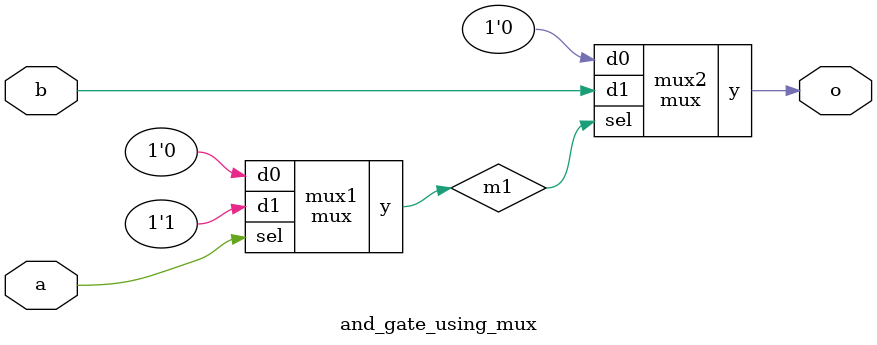
<source format=sv>

module mux
(
  input  d0, d1,
  input  sel,
  output y
);

  assign y = sel ? d1 : d0;

endmodule

//----------------------------------------------------------------------------
// Task
//----------------------------------------------------------------------------

module and_gate_using_mux
(
    input  a,
    input  b,
    output o
);

  // Task:
  // Implement and gate using instance(s) of mux,
  // constants 0 and 1, and wire connections

  logic m1;

  mux mux1(1'b0, 1'b1, a, m1);
  mux mux2(1'b0, b, m1, o);


endmodule

</source>
